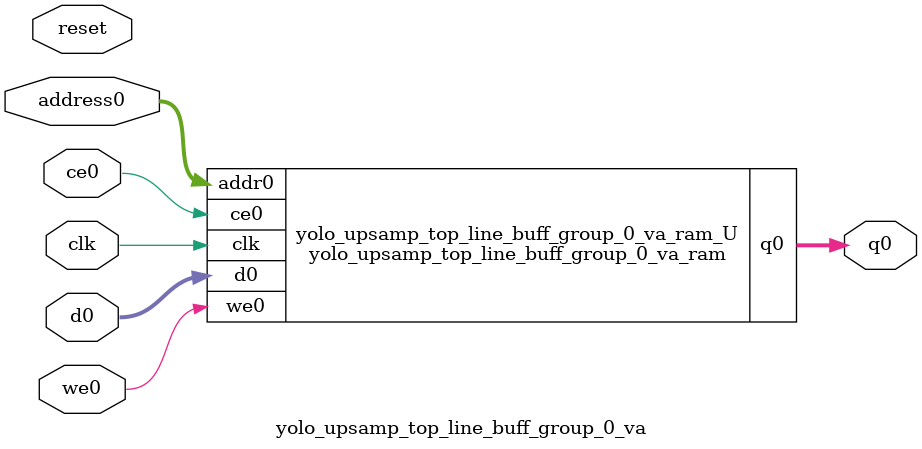
<source format=v>
`timescale 1 ns / 1 ps
module yolo_upsamp_top_line_buff_group_0_va_ram (addr0, ce0, d0, we0, q0,  clk);

parameter DWIDTH = 16;
parameter AWIDTH = 7;
parameter MEM_SIZE = 104;

input[AWIDTH-1:0] addr0;
input ce0;
input[DWIDTH-1:0] d0;
input we0;
output reg[DWIDTH-1:0] q0;
input clk;

(* ram_style = "block" *)reg [DWIDTH-1:0] ram[0:MEM_SIZE-1];




always @(posedge clk)  
begin 
    if (ce0) 
    begin
        if (we0) 
        begin 
            ram[addr0] <= d0; 
        end 
        q0 <= ram[addr0];
    end
end


endmodule

`timescale 1 ns / 1 ps
module yolo_upsamp_top_line_buff_group_0_va(
    reset,
    clk,
    address0,
    ce0,
    we0,
    d0,
    q0);

parameter DataWidth = 32'd16;
parameter AddressRange = 32'd104;
parameter AddressWidth = 32'd7;
input reset;
input clk;
input[AddressWidth - 1:0] address0;
input ce0;
input we0;
input[DataWidth - 1:0] d0;
output[DataWidth - 1:0] q0;



yolo_upsamp_top_line_buff_group_0_va_ram yolo_upsamp_top_line_buff_group_0_va_ram_U(
    .clk( clk ),
    .addr0( address0 ),
    .ce0( ce0 ),
    .we0( we0 ),
    .d0( d0 ),
    .q0( q0 ));

endmodule


</source>
